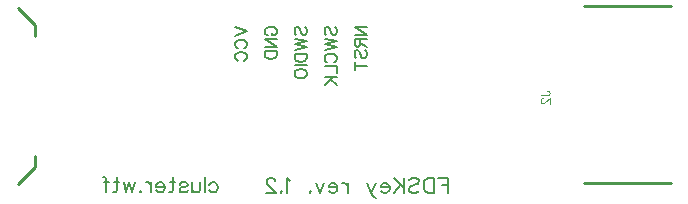
<source format=gbr>
G04 DipTrace 4.3.0.3*
G04 BottomSilk.gbr*
%MOIN*%
G04 #@! TF.FileFunction,Legend,Bot*
G04 #@! TF.Part,Single*
%ADD10C,0.009843*%
%ADD59C,0.00772*%
%ADD60C,0.006176*%
%ADD61C,0.004632*%
%FSLAX26Y26*%
G04*
G70*
G90*
G75*
G01*
G04 BotSilk*
%LPD*%
X740576Y1042570D2*
D10*
X796825Y986320D1*
X740576Y457333D2*
X796825Y513584D1*
Y948820D2*
Y986320D1*
Y513584D2*
Y551084D1*
X2629184Y1050148D2*
X2916585D1*
X2629184Y459597D2*
X2916585D1*
X2141947Y476645D2*
D59*
X2173064D1*
Y426405D1*
Y452713D2*
X2153941D1*
X2126508Y476645D2*
Y426405D1*
X2109762D1*
X2102577Y428837D1*
X2097768Y433590D1*
X2095391Y438398D1*
X2093015Y445528D1*
Y457522D1*
X2095391Y464707D1*
X2097768Y469460D1*
X2102577Y474268D1*
X2109762Y476645D1*
X2126508D1*
X2044082Y469460D2*
X2048835Y474268D1*
X2056021Y476645D1*
X2065582D1*
X2072767Y474268D1*
X2077576Y469460D1*
Y464707D1*
X2075144Y459898D1*
X2072767Y457522D1*
X2068014Y455145D1*
X2053644Y450337D1*
X2048835Y447960D1*
X2046459Y445528D1*
X2044082Y440775D1*
Y433590D1*
X2048835Y428837D1*
X2056021Y426405D1*
X2065582D1*
X2072767Y428837D1*
X2077576Y433590D1*
X2028643Y476645D2*
Y426405D1*
X1995150Y476645D2*
X2028643Y443152D1*
X2016705Y455145D2*
X1995150Y426405D1*
X1979710Y445528D2*
X1951026D1*
Y450337D1*
X1953402Y455145D1*
X1955779Y457522D1*
X1960587Y459898D1*
X1967772D1*
X1972525Y457522D1*
X1977334Y452713D1*
X1979710Y445528D1*
Y440775D1*
X1977334Y433590D1*
X1972525Y428837D1*
X1967772Y426405D1*
X1960587D1*
X1955779Y428837D1*
X1951026Y433590D1*
X1933154Y459898D2*
X1918840Y426405D1*
X1923593Y416843D1*
X1928401Y412035D1*
X1933154Y409658D1*
X1935586D1*
X1904470Y459898D2*
X1918840Y426405D1*
X1840429Y459898D2*
Y426405D1*
Y445528D2*
X1837998Y452713D1*
X1833244Y457522D1*
X1828436Y459898D1*
X1821251D1*
X1805812Y445528D2*
X1777127D1*
Y450337D1*
X1779503Y455145D1*
X1781880Y457522D1*
X1786688Y459898D1*
X1793873D1*
X1798627Y457522D1*
X1803435Y452713D1*
X1805812Y445528D1*
Y440775D1*
X1803435Y433590D1*
X1798627Y428837D1*
X1793873Y426405D1*
X1786688D1*
X1781880Y428837D1*
X1777127Y433590D1*
X1761687Y459898D2*
X1747317Y426405D1*
X1733003Y459898D1*
X1715187Y431213D2*
X1717563Y428782D1*
X1715187Y426405D1*
X1712755Y428782D1*
X1715187Y431213D1*
X1648715Y467028D2*
X1643906Y469460D1*
X1636721Y476590D1*
Y426405D1*
X1618905Y431213D2*
X1621282Y428782D1*
X1618905Y426405D1*
X1616473Y428782D1*
X1618905Y431213D1*
X1598602Y464651D2*
Y467028D1*
X1596226Y471837D1*
X1593849Y474213D1*
X1589041Y476590D1*
X1579479D1*
X1574726Y474213D1*
X1572349Y471837D1*
X1569918Y467028D1*
Y462275D1*
X1572349Y457466D1*
X1577103Y450337D1*
X1601034Y426405D1*
X1567541D1*
X1378965Y454263D2*
X1383774Y459072D1*
X1388582Y461448D1*
X1395712D1*
X1400521Y459072D1*
X1405274Y454263D1*
X1407706Y447078D1*
Y442325D1*
X1405274Y435140D1*
X1400521Y430387D1*
X1395712Y427955D1*
X1388582D1*
X1383774Y430387D1*
X1378965Y435140D1*
X1363526Y478195D2*
Y427955D1*
X1348087Y461448D2*
Y437516D1*
X1345710Y430387D1*
X1340902Y427955D1*
X1333717D1*
X1328964Y430387D1*
X1321779Y437516D1*
Y461448D2*
Y427955D1*
X1280031Y454263D2*
X1282408Y459072D1*
X1289593Y461448D1*
X1296778D1*
X1303963Y459072D1*
X1306339Y454263D1*
X1303963Y449510D1*
X1299154Y447078D1*
X1287216Y444702D1*
X1282408Y442325D1*
X1280031Y437516D1*
Y435140D1*
X1282408Y430387D1*
X1289593Y427955D1*
X1296778D1*
X1303963Y430387D1*
X1306339Y435140D1*
X1257407Y478195D2*
Y437516D1*
X1255030Y430387D1*
X1250222Y427955D1*
X1245469D1*
X1264592Y461448D2*
X1247845D1*
X1230029Y447078D2*
X1201344D1*
Y451887D1*
X1203721Y456695D1*
X1206098Y459072D1*
X1210906Y461448D1*
X1218091D1*
X1222844Y459072D1*
X1227653Y454263D1*
X1230029Y447078D1*
Y442325D1*
X1227653Y435140D1*
X1222844Y430387D1*
X1218091Y427955D1*
X1210906D1*
X1206098Y430387D1*
X1201344Y435140D1*
X1185905Y461448D2*
Y427955D1*
Y447078D2*
X1183473Y454263D1*
X1178720Y459072D1*
X1173912Y461448D1*
X1166727D1*
X1148911Y432763D2*
X1151287Y430331D1*
X1148911Y427955D1*
X1146479Y430331D1*
X1148911Y432763D1*
X1131040Y461448D2*
X1121478Y427955D1*
X1111916Y461448D1*
X1102355Y427955D1*
X1092793Y461448D1*
X1070169Y478195D2*
Y437516D1*
X1067792Y430387D1*
X1062984Y427955D1*
X1058231D1*
X1077354Y461448D2*
X1060607D1*
X1023668Y478195D2*
X1028421D1*
X1033230Y475818D1*
X1035606Y468633D1*
Y427955D1*
X1042791Y461448D2*
X1026045D1*
X1464133Y980343D2*
D60*
X1504325Y965044D1*
X1464133Y949746D1*
X1473683Y908698D2*
X1469881Y910600D1*
X1466034Y914446D1*
X1464133Y918249D1*
Y925898D1*
X1466034Y929745D1*
X1469881Y933547D1*
X1473683Y935493D1*
X1479431Y937394D1*
X1489026D1*
X1494730Y935493D1*
X1498577Y933547D1*
X1502379Y929745D1*
X1504325Y925898D1*
Y918249D1*
X1502379Y914446D1*
X1498577Y910600D1*
X1494730Y908698D1*
X1473683Y867651D2*
X1469881Y869552D1*
X1466034Y873399D1*
X1464133Y877202D1*
Y884851D1*
X1466034Y888698D1*
X1469881Y892500D1*
X1473683Y894446D1*
X1479431Y896347D1*
X1489026D1*
X1494730Y894446D1*
X1498577Y892500D1*
X1502379Y888698D1*
X1504325Y884851D1*
Y877202D1*
X1502379Y873399D1*
X1498577Y869552D1*
X1494730Y867651D1*
X1573321Y951647D2*
X1569518Y953548D1*
X1565671Y957395D1*
X1563770Y961197D1*
Y968847D1*
X1565671Y972694D1*
X1569518Y976496D1*
X1573321Y978442D1*
X1579069Y980343D1*
X1588663D1*
X1594367Y978442D1*
X1598214Y976496D1*
X1602016Y972694D1*
X1603962Y968847D1*
Y961197D1*
X1602016Y957395D1*
X1598214Y953548D1*
X1594367Y951647D1*
X1588663D1*
Y961197D1*
X1563770Y912501D2*
X1603962D1*
X1563770Y939295D1*
X1603962D1*
X1563770Y900149D2*
X1603962D1*
Y886752D1*
X1602016Y881004D1*
X1598214Y877157D1*
X1594367Y875256D1*
X1588663Y873355D1*
X1579069D1*
X1573321Y875256D1*
X1569518Y877157D1*
X1565671Y881004D1*
X1563770Y886752D1*
Y900149D1*
X1669155Y953548D2*
X1665309Y957351D1*
X1663407Y963099D1*
Y970748D1*
X1665309Y976496D1*
X1669155Y980343D1*
X1672958D1*
X1676805Y978397D1*
X1678706Y976496D1*
X1680607Y972694D1*
X1684454Y961197D1*
X1686355Y957351D1*
X1688301Y955449D1*
X1692103Y953548D1*
X1697851D1*
X1701654Y957351D1*
X1703599Y963099D1*
Y970748D1*
X1701654Y976496D1*
X1697851Y980343D1*
X1663407Y941197D2*
X1703599Y931602D1*
X1663407Y922051D1*
X1703599Y912501D1*
X1663407Y902906D1*
Y890555D2*
X1703599D1*
Y877157D1*
X1701654Y871409D1*
X1697851Y867562D1*
X1694005Y865661D1*
X1688301Y863760D1*
X1678706D1*
X1672958Y865661D1*
X1669155Y867562D1*
X1665309Y871409D1*
X1663407Y877157D1*
Y890555D1*
Y851409D2*
X1703599D1*
X1663407Y827561D2*
X1665309Y831408D1*
X1669155Y835210D1*
X1672958Y837156D1*
X1678706Y839057D1*
X1688301D1*
X1694005Y837156D1*
X1697851Y835210D1*
X1701654Y831408D1*
X1703599Y827561D1*
Y819912D1*
X1701654Y816109D1*
X1697851Y812262D1*
X1694005Y810361D1*
X1688301Y808460D1*
X1678706D1*
X1672958Y810361D1*
X1669155Y812262D1*
X1665309Y816109D1*
X1663407Y819912D1*
Y827561D1*
X1768793Y953548D2*
X1764946Y957351D1*
X1763045Y963099D1*
Y970748D1*
X1764946Y976496D1*
X1768793Y980343D1*
X1772595D1*
X1776442Y978397D1*
X1778343Y976496D1*
X1780245Y972694D1*
X1784091Y961197D1*
X1785993Y957351D1*
X1787938Y955449D1*
X1791741Y953548D1*
X1797489D1*
X1801291Y957351D1*
X1803237Y963099D1*
Y970748D1*
X1801291Y976496D1*
X1797489Y980343D1*
X1763045Y941197D2*
X1803237Y931602D1*
X1763045Y922051D1*
X1803237Y912501D1*
X1763045Y902906D1*
X1772595Y861859D2*
X1768793Y863760D1*
X1764946Y867607D1*
X1763045Y871409D1*
Y879059D1*
X1764946Y882905D1*
X1768793Y886708D1*
X1772595Y888653D1*
X1778343Y890555D1*
X1787938D1*
X1793642Y888653D1*
X1797489Y886708D1*
X1801291Y882905D1*
X1803237Y879059D1*
Y871409D1*
X1801291Y867607D1*
X1797489Y863760D1*
X1793642Y861859D1*
X1763045Y849507D2*
X1803237D1*
Y826559D1*
X1763045Y814208D2*
X1803237D1*
X1763045Y787413D2*
X1789839Y814208D1*
X1780245Y804657D2*
X1803237Y787413D1*
X1862682Y953548D2*
X1902874D1*
X1862682Y980343D1*
X1902874D1*
X1881827Y941197D2*
Y923997D1*
X1879882Y918249D1*
X1877981Y916303D1*
X1874178Y914402D1*
X1870331D1*
X1866529Y916303D1*
X1864583Y918249D1*
X1862682Y923997D1*
Y941197D1*
X1902874D1*
X1881827Y927799D2*
X1902874Y914402D1*
X1868430Y875256D2*
X1864583Y879059D1*
X1862682Y884807D1*
Y892456D1*
X1864583Y898204D1*
X1868430Y902051D1*
X1872233D1*
X1876079Y900105D1*
X1877981Y898204D1*
X1879882Y894401D1*
X1883729Y882905D1*
X1885630Y879059D1*
X1887575Y877157D1*
X1891378Y875256D1*
X1897126D1*
X1900929Y879059D1*
X1902874Y884807D1*
Y892456D1*
X1900929Y898204D1*
X1897126Y902051D1*
X1862682Y849507D2*
X1902874D1*
X1862682Y862905D2*
Y836110D1*
X2482888Y752530D2*
D61*
X2505836D1*
X2510147Y753956D1*
X2511573Y755416D1*
X2513032Y758267D1*
Y761152D1*
X2511573Y764004D1*
X2510147Y765430D1*
X2505836Y766889D1*
X2502984D1*
X2490084Y741808D2*
X2488658D1*
X2485773Y740382D1*
X2484347Y738956D1*
X2482921Y736071D1*
Y730334D1*
X2484347Y727482D1*
X2485773Y726056D1*
X2488658Y724597D1*
X2491510D1*
X2494395Y726056D1*
X2498673Y728908D1*
X2513032Y743267D1*
Y723171D1*
M02*

</source>
